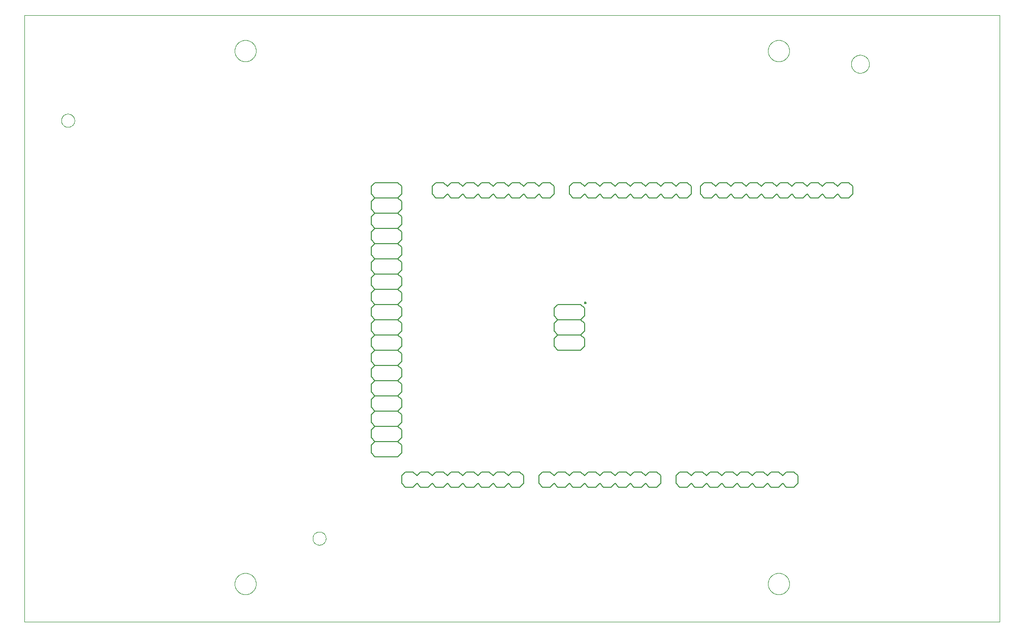
<source format=gbo>
G75*
%MOIN*%
%OFA0B0*%
%FSLAX25Y25*%
%IPPOS*%
%LPD*%
%AMOC8*
5,1,8,0,0,1.08239X$1,22.5*
%
%ADD10C,0.00000*%
%ADD11C,0.00800*%
%ADD12C,0.00600*%
%ADD13C,0.00500*%
D10*
X0006800Y0006896D02*
X0006800Y0405396D01*
X0646800Y0405396D01*
X0646800Y0006896D01*
X0006800Y0006896D01*
X0144800Y0031896D02*
X0144802Y0032068D01*
X0144808Y0032239D01*
X0144819Y0032411D01*
X0144834Y0032582D01*
X0144853Y0032753D01*
X0144876Y0032923D01*
X0144903Y0033093D01*
X0144935Y0033262D01*
X0144970Y0033430D01*
X0145010Y0033597D01*
X0145054Y0033763D01*
X0145101Y0033928D01*
X0145153Y0034092D01*
X0145209Y0034254D01*
X0145269Y0034415D01*
X0145333Y0034575D01*
X0145401Y0034733D01*
X0145472Y0034889D01*
X0145547Y0035043D01*
X0145627Y0035196D01*
X0145709Y0035346D01*
X0145796Y0035495D01*
X0145886Y0035641D01*
X0145980Y0035785D01*
X0146077Y0035927D01*
X0146178Y0036066D01*
X0146282Y0036203D01*
X0146389Y0036337D01*
X0146500Y0036468D01*
X0146613Y0036597D01*
X0146730Y0036723D01*
X0146850Y0036846D01*
X0146973Y0036966D01*
X0147099Y0037083D01*
X0147228Y0037196D01*
X0147359Y0037307D01*
X0147493Y0037414D01*
X0147630Y0037518D01*
X0147769Y0037619D01*
X0147911Y0037716D01*
X0148055Y0037810D01*
X0148201Y0037900D01*
X0148350Y0037987D01*
X0148500Y0038069D01*
X0148653Y0038149D01*
X0148807Y0038224D01*
X0148963Y0038295D01*
X0149121Y0038363D01*
X0149281Y0038427D01*
X0149442Y0038487D01*
X0149604Y0038543D01*
X0149768Y0038595D01*
X0149933Y0038642D01*
X0150099Y0038686D01*
X0150266Y0038726D01*
X0150434Y0038761D01*
X0150603Y0038793D01*
X0150773Y0038820D01*
X0150943Y0038843D01*
X0151114Y0038862D01*
X0151285Y0038877D01*
X0151457Y0038888D01*
X0151628Y0038894D01*
X0151800Y0038896D01*
X0151972Y0038894D01*
X0152143Y0038888D01*
X0152315Y0038877D01*
X0152486Y0038862D01*
X0152657Y0038843D01*
X0152827Y0038820D01*
X0152997Y0038793D01*
X0153166Y0038761D01*
X0153334Y0038726D01*
X0153501Y0038686D01*
X0153667Y0038642D01*
X0153832Y0038595D01*
X0153996Y0038543D01*
X0154158Y0038487D01*
X0154319Y0038427D01*
X0154479Y0038363D01*
X0154637Y0038295D01*
X0154793Y0038224D01*
X0154947Y0038149D01*
X0155100Y0038069D01*
X0155250Y0037987D01*
X0155399Y0037900D01*
X0155545Y0037810D01*
X0155689Y0037716D01*
X0155831Y0037619D01*
X0155970Y0037518D01*
X0156107Y0037414D01*
X0156241Y0037307D01*
X0156372Y0037196D01*
X0156501Y0037083D01*
X0156627Y0036966D01*
X0156750Y0036846D01*
X0156870Y0036723D01*
X0156987Y0036597D01*
X0157100Y0036468D01*
X0157211Y0036337D01*
X0157318Y0036203D01*
X0157422Y0036066D01*
X0157523Y0035927D01*
X0157620Y0035785D01*
X0157714Y0035641D01*
X0157804Y0035495D01*
X0157891Y0035346D01*
X0157973Y0035196D01*
X0158053Y0035043D01*
X0158128Y0034889D01*
X0158199Y0034733D01*
X0158267Y0034575D01*
X0158331Y0034415D01*
X0158391Y0034254D01*
X0158447Y0034092D01*
X0158499Y0033928D01*
X0158546Y0033763D01*
X0158590Y0033597D01*
X0158630Y0033430D01*
X0158665Y0033262D01*
X0158697Y0033093D01*
X0158724Y0032923D01*
X0158747Y0032753D01*
X0158766Y0032582D01*
X0158781Y0032411D01*
X0158792Y0032239D01*
X0158798Y0032068D01*
X0158800Y0031896D01*
X0158798Y0031724D01*
X0158792Y0031553D01*
X0158781Y0031381D01*
X0158766Y0031210D01*
X0158747Y0031039D01*
X0158724Y0030869D01*
X0158697Y0030699D01*
X0158665Y0030530D01*
X0158630Y0030362D01*
X0158590Y0030195D01*
X0158546Y0030029D01*
X0158499Y0029864D01*
X0158447Y0029700D01*
X0158391Y0029538D01*
X0158331Y0029377D01*
X0158267Y0029217D01*
X0158199Y0029059D01*
X0158128Y0028903D01*
X0158053Y0028749D01*
X0157973Y0028596D01*
X0157891Y0028446D01*
X0157804Y0028297D01*
X0157714Y0028151D01*
X0157620Y0028007D01*
X0157523Y0027865D01*
X0157422Y0027726D01*
X0157318Y0027589D01*
X0157211Y0027455D01*
X0157100Y0027324D01*
X0156987Y0027195D01*
X0156870Y0027069D01*
X0156750Y0026946D01*
X0156627Y0026826D01*
X0156501Y0026709D01*
X0156372Y0026596D01*
X0156241Y0026485D01*
X0156107Y0026378D01*
X0155970Y0026274D01*
X0155831Y0026173D01*
X0155689Y0026076D01*
X0155545Y0025982D01*
X0155399Y0025892D01*
X0155250Y0025805D01*
X0155100Y0025723D01*
X0154947Y0025643D01*
X0154793Y0025568D01*
X0154637Y0025497D01*
X0154479Y0025429D01*
X0154319Y0025365D01*
X0154158Y0025305D01*
X0153996Y0025249D01*
X0153832Y0025197D01*
X0153667Y0025150D01*
X0153501Y0025106D01*
X0153334Y0025066D01*
X0153166Y0025031D01*
X0152997Y0024999D01*
X0152827Y0024972D01*
X0152657Y0024949D01*
X0152486Y0024930D01*
X0152315Y0024915D01*
X0152143Y0024904D01*
X0151972Y0024898D01*
X0151800Y0024896D01*
X0151628Y0024898D01*
X0151457Y0024904D01*
X0151285Y0024915D01*
X0151114Y0024930D01*
X0150943Y0024949D01*
X0150773Y0024972D01*
X0150603Y0024999D01*
X0150434Y0025031D01*
X0150266Y0025066D01*
X0150099Y0025106D01*
X0149933Y0025150D01*
X0149768Y0025197D01*
X0149604Y0025249D01*
X0149442Y0025305D01*
X0149281Y0025365D01*
X0149121Y0025429D01*
X0148963Y0025497D01*
X0148807Y0025568D01*
X0148653Y0025643D01*
X0148500Y0025723D01*
X0148350Y0025805D01*
X0148201Y0025892D01*
X0148055Y0025982D01*
X0147911Y0026076D01*
X0147769Y0026173D01*
X0147630Y0026274D01*
X0147493Y0026378D01*
X0147359Y0026485D01*
X0147228Y0026596D01*
X0147099Y0026709D01*
X0146973Y0026826D01*
X0146850Y0026946D01*
X0146730Y0027069D01*
X0146613Y0027195D01*
X0146500Y0027324D01*
X0146389Y0027455D01*
X0146282Y0027589D01*
X0146178Y0027726D01*
X0146077Y0027865D01*
X0145980Y0028007D01*
X0145886Y0028151D01*
X0145796Y0028297D01*
X0145709Y0028446D01*
X0145627Y0028596D01*
X0145547Y0028749D01*
X0145472Y0028903D01*
X0145401Y0029059D01*
X0145333Y0029217D01*
X0145269Y0029377D01*
X0145209Y0029538D01*
X0145153Y0029700D01*
X0145101Y0029864D01*
X0145054Y0030029D01*
X0145010Y0030195D01*
X0144970Y0030362D01*
X0144935Y0030530D01*
X0144903Y0030699D01*
X0144876Y0030869D01*
X0144853Y0031039D01*
X0144834Y0031210D01*
X0144819Y0031381D01*
X0144808Y0031553D01*
X0144802Y0031724D01*
X0144800Y0031896D01*
X0195989Y0061739D02*
X0195991Y0061870D01*
X0195997Y0062002D01*
X0196007Y0062133D01*
X0196021Y0062264D01*
X0196039Y0062394D01*
X0196061Y0062523D01*
X0196086Y0062652D01*
X0196116Y0062780D01*
X0196150Y0062907D01*
X0196187Y0063034D01*
X0196228Y0063158D01*
X0196273Y0063282D01*
X0196322Y0063404D01*
X0196374Y0063525D01*
X0196430Y0063643D01*
X0196490Y0063761D01*
X0196553Y0063876D01*
X0196620Y0063989D01*
X0196690Y0064101D01*
X0196763Y0064210D01*
X0196839Y0064316D01*
X0196919Y0064421D01*
X0197002Y0064523D01*
X0197088Y0064622D01*
X0197177Y0064719D01*
X0197269Y0064813D01*
X0197364Y0064904D01*
X0197461Y0064993D01*
X0197561Y0065078D01*
X0197664Y0065160D01*
X0197769Y0065239D01*
X0197876Y0065315D01*
X0197986Y0065387D01*
X0198098Y0065456D01*
X0198212Y0065522D01*
X0198327Y0065584D01*
X0198445Y0065643D01*
X0198564Y0065698D01*
X0198685Y0065750D01*
X0198808Y0065797D01*
X0198932Y0065841D01*
X0199057Y0065882D01*
X0199183Y0065918D01*
X0199311Y0065951D01*
X0199439Y0065979D01*
X0199568Y0066004D01*
X0199698Y0066025D01*
X0199828Y0066042D01*
X0199959Y0066055D01*
X0200090Y0066064D01*
X0200221Y0066069D01*
X0200353Y0066070D01*
X0200484Y0066067D01*
X0200616Y0066060D01*
X0200747Y0066049D01*
X0200877Y0066034D01*
X0201007Y0066015D01*
X0201137Y0065992D01*
X0201265Y0065966D01*
X0201393Y0065935D01*
X0201520Y0065900D01*
X0201646Y0065862D01*
X0201770Y0065820D01*
X0201894Y0065774D01*
X0202015Y0065724D01*
X0202135Y0065671D01*
X0202254Y0065614D01*
X0202371Y0065554D01*
X0202485Y0065490D01*
X0202598Y0065422D01*
X0202709Y0065351D01*
X0202818Y0065277D01*
X0202924Y0065200D01*
X0203028Y0065119D01*
X0203129Y0065036D01*
X0203228Y0064949D01*
X0203324Y0064859D01*
X0203417Y0064766D01*
X0203508Y0064671D01*
X0203595Y0064573D01*
X0203680Y0064472D01*
X0203761Y0064369D01*
X0203839Y0064263D01*
X0203914Y0064155D01*
X0203986Y0064045D01*
X0204054Y0063933D01*
X0204119Y0063819D01*
X0204180Y0063702D01*
X0204238Y0063584D01*
X0204292Y0063464D01*
X0204343Y0063343D01*
X0204390Y0063220D01*
X0204433Y0063096D01*
X0204472Y0062971D01*
X0204508Y0062844D01*
X0204539Y0062716D01*
X0204567Y0062588D01*
X0204591Y0062459D01*
X0204611Y0062329D01*
X0204627Y0062198D01*
X0204639Y0062067D01*
X0204647Y0061936D01*
X0204651Y0061805D01*
X0204651Y0061673D01*
X0204647Y0061542D01*
X0204639Y0061411D01*
X0204627Y0061280D01*
X0204611Y0061149D01*
X0204591Y0061019D01*
X0204567Y0060890D01*
X0204539Y0060762D01*
X0204508Y0060634D01*
X0204472Y0060507D01*
X0204433Y0060382D01*
X0204390Y0060258D01*
X0204343Y0060135D01*
X0204292Y0060014D01*
X0204238Y0059894D01*
X0204180Y0059776D01*
X0204119Y0059659D01*
X0204054Y0059545D01*
X0203986Y0059433D01*
X0203914Y0059323D01*
X0203839Y0059215D01*
X0203761Y0059109D01*
X0203680Y0059006D01*
X0203595Y0058905D01*
X0203508Y0058807D01*
X0203417Y0058712D01*
X0203324Y0058619D01*
X0203228Y0058529D01*
X0203129Y0058442D01*
X0203028Y0058359D01*
X0202924Y0058278D01*
X0202818Y0058201D01*
X0202709Y0058127D01*
X0202598Y0058056D01*
X0202486Y0057988D01*
X0202371Y0057924D01*
X0202254Y0057864D01*
X0202135Y0057807D01*
X0202015Y0057754D01*
X0201894Y0057704D01*
X0201770Y0057658D01*
X0201646Y0057616D01*
X0201520Y0057578D01*
X0201393Y0057543D01*
X0201265Y0057512D01*
X0201137Y0057486D01*
X0201007Y0057463D01*
X0200877Y0057444D01*
X0200747Y0057429D01*
X0200616Y0057418D01*
X0200484Y0057411D01*
X0200353Y0057408D01*
X0200221Y0057409D01*
X0200090Y0057414D01*
X0199959Y0057423D01*
X0199828Y0057436D01*
X0199698Y0057453D01*
X0199568Y0057474D01*
X0199439Y0057499D01*
X0199311Y0057527D01*
X0199183Y0057560D01*
X0199057Y0057596D01*
X0198932Y0057637D01*
X0198808Y0057681D01*
X0198685Y0057728D01*
X0198564Y0057780D01*
X0198445Y0057835D01*
X0198327Y0057894D01*
X0198212Y0057956D01*
X0198098Y0058022D01*
X0197986Y0058091D01*
X0197876Y0058163D01*
X0197769Y0058239D01*
X0197664Y0058318D01*
X0197561Y0058400D01*
X0197461Y0058485D01*
X0197364Y0058574D01*
X0197269Y0058665D01*
X0197177Y0058759D01*
X0197088Y0058856D01*
X0197002Y0058955D01*
X0196919Y0059057D01*
X0196839Y0059162D01*
X0196763Y0059268D01*
X0196690Y0059377D01*
X0196620Y0059489D01*
X0196553Y0059602D01*
X0196490Y0059717D01*
X0196430Y0059835D01*
X0196374Y0059953D01*
X0196322Y0060074D01*
X0196273Y0060196D01*
X0196228Y0060320D01*
X0196187Y0060444D01*
X0196150Y0060571D01*
X0196116Y0060698D01*
X0196086Y0060826D01*
X0196061Y0060955D01*
X0196039Y0061084D01*
X0196021Y0061214D01*
X0196007Y0061345D01*
X0195997Y0061476D01*
X0195991Y0061608D01*
X0195989Y0061739D01*
X0494800Y0031896D02*
X0494802Y0032068D01*
X0494808Y0032239D01*
X0494819Y0032411D01*
X0494834Y0032582D01*
X0494853Y0032753D01*
X0494876Y0032923D01*
X0494903Y0033093D01*
X0494935Y0033262D01*
X0494970Y0033430D01*
X0495010Y0033597D01*
X0495054Y0033763D01*
X0495101Y0033928D01*
X0495153Y0034092D01*
X0495209Y0034254D01*
X0495269Y0034415D01*
X0495333Y0034575D01*
X0495401Y0034733D01*
X0495472Y0034889D01*
X0495547Y0035043D01*
X0495627Y0035196D01*
X0495709Y0035346D01*
X0495796Y0035495D01*
X0495886Y0035641D01*
X0495980Y0035785D01*
X0496077Y0035927D01*
X0496178Y0036066D01*
X0496282Y0036203D01*
X0496389Y0036337D01*
X0496500Y0036468D01*
X0496613Y0036597D01*
X0496730Y0036723D01*
X0496850Y0036846D01*
X0496973Y0036966D01*
X0497099Y0037083D01*
X0497228Y0037196D01*
X0497359Y0037307D01*
X0497493Y0037414D01*
X0497630Y0037518D01*
X0497769Y0037619D01*
X0497911Y0037716D01*
X0498055Y0037810D01*
X0498201Y0037900D01*
X0498350Y0037987D01*
X0498500Y0038069D01*
X0498653Y0038149D01*
X0498807Y0038224D01*
X0498963Y0038295D01*
X0499121Y0038363D01*
X0499281Y0038427D01*
X0499442Y0038487D01*
X0499604Y0038543D01*
X0499768Y0038595D01*
X0499933Y0038642D01*
X0500099Y0038686D01*
X0500266Y0038726D01*
X0500434Y0038761D01*
X0500603Y0038793D01*
X0500773Y0038820D01*
X0500943Y0038843D01*
X0501114Y0038862D01*
X0501285Y0038877D01*
X0501457Y0038888D01*
X0501628Y0038894D01*
X0501800Y0038896D01*
X0501972Y0038894D01*
X0502143Y0038888D01*
X0502315Y0038877D01*
X0502486Y0038862D01*
X0502657Y0038843D01*
X0502827Y0038820D01*
X0502997Y0038793D01*
X0503166Y0038761D01*
X0503334Y0038726D01*
X0503501Y0038686D01*
X0503667Y0038642D01*
X0503832Y0038595D01*
X0503996Y0038543D01*
X0504158Y0038487D01*
X0504319Y0038427D01*
X0504479Y0038363D01*
X0504637Y0038295D01*
X0504793Y0038224D01*
X0504947Y0038149D01*
X0505100Y0038069D01*
X0505250Y0037987D01*
X0505399Y0037900D01*
X0505545Y0037810D01*
X0505689Y0037716D01*
X0505831Y0037619D01*
X0505970Y0037518D01*
X0506107Y0037414D01*
X0506241Y0037307D01*
X0506372Y0037196D01*
X0506501Y0037083D01*
X0506627Y0036966D01*
X0506750Y0036846D01*
X0506870Y0036723D01*
X0506987Y0036597D01*
X0507100Y0036468D01*
X0507211Y0036337D01*
X0507318Y0036203D01*
X0507422Y0036066D01*
X0507523Y0035927D01*
X0507620Y0035785D01*
X0507714Y0035641D01*
X0507804Y0035495D01*
X0507891Y0035346D01*
X0507973Y0035196D01*
X0508053Y0035043D01*
X0508128Y0034889D01*
X0508199Y0034733D01*
X0508267Y0034575D01*
X0508331Y0034415D01*
X0508391Y0034254D01*
X0508447Y0034092D01*
X0508499Y0033928D01*
X0508546Y0033763D01*
X0508590Y0033597D01*
X0508630Y0033430D01*
X0508665Y0033262D01*
X0508697Y0033093D01*
X0508724Y0032923D01*
X0508747Y0032753D01*
X0508766Y0032582D01*
X0508781Y0032411D01*
X0508792Y0032239D01*
X0508798Y0032068D01*
X0508800Y0031896D01*
X0508798Y0031724D01*
X0508792Y0031553D01*
X0508781Y0031381D01*
X0508766Y0031210D01*
X0508747Y0031039D01*
X0508724Y0030869D01*
X0508697Y0030699D01*
X0508665Y0030530D01*
X0508630Y0030362D01*
X0508590Y0030195D01*
X0508546Y0030029D01*
X0508499Y0029864D01*
X0508447Y0029700D01*
X0508391Y0029538D01*
X0508331Y0029377D01*
X0508267Y0029217D01*
X0508199Y0029059D01*
X0508128Y0028903D01*
X0508053Y0028749D01*
X0507973Y0028596D01*
X0507891Y0028446D01*
X0507804Y0028297D01*
X0507714Y0028151D01*
X0507620Y0028007D01*
X0507523Y0027865D01*
X0507422Y0027726D01*
X0507318Y0027589D01*
X0507211Y0027455D01*
X0507100Y0027324D01*
X0506987Y0027195D01*
X0506870Y0027069D01*
X0506750Y0026946D01*
X0506627Y0026826D01*
X0506501Y0026709D01*
X0506372Y0026596D01*
X0506241Y0026485D01*
X0506107Y0026378D01*
X0505970Y0026274D01*
X0505831Y0026173D01*
X0505689Y0026076D01*
X0505545Y0025982D01*
X0505399Y0025892D01*
X0505250Y0025805D01*
X0505100Y0025723D01*
X0504947Y0025643D01*
X0504793Y0025568D01*
X0504637Y0025497D01*
X0504479Y0025429D01*
X0504319Y0025365D01*
X0504158Y0025305D01*
X0503996Y0025249D01*
X0503832Y0025197D01*
X0503667Y0025150D01*
X0503501Y0025106D01*
X0503334Y0025066D01*
X0503166Y0025031D01*
X0502997Y0024999D01*
X0502827Y0024972D01*
X0502657Y0024949D01*
X0502486Y0024930D01*
X0502315Y0024915D01*
X0502143Y0024904D01*
X0501972Y0024898D01*
X0501800Y0024896D01*
X0501628Y0024898D01*
X0501457Y0024904D01*
X0501285Y0024915D01*
X0501114Y0024930D01*
X0500943Y0024949D01*
X0500773Y0024972D01*
X0500603Y0024999D01*
X0500434Y0025031D01*
X0500266Y0025066D01*
X0500099Y0025106D01*
X0499933Y0025150D01*
X0499768Y0025197D01*
X0499604Y0025249D01*
X0499442Y0025305D01*
X0499281Y0025365D01*
X0499121Y0025429D01*
X0498963Y0025497D01*
X0498807Y0025568D01*
X0498653Y0025643D01*
X0498500Y0025723D01*
X0498350Y0025805D01*
X0498201Y0025892D01*
X0498055Y0025982D01*
X0497911Y0026076D01*
X0497769Y0026173D01*
X0497630Y0026274D01*
X0497493Y0026378D01*
X0497359Y0026485D01*
X0497228Y0026596D01*
X0497099Y0026709D01*
X0496973Y0026826D01*
X0496850Y0026946D01*
X0496730Y0027069D01*
X0496613Y0027195D01*
X0496500Y0027324D01*
X0496389Y0027455D01*
X0496282Y0027589D01*
X0496178Y0027726D01*
X0496077Y0027865D01*
X0495980Y0028007D01*
X0495886Y0028151D01*
X0495796Y0028297D01*
X0495709Y0028446D01*
X0495627Y0028596D01*
X0495547Y0028749D01*
X0495472Y0028903D01*
X0495401Y0029059D01*
X0495333Y0029217D01*
X0495269Y0029377D01*
X0495209Y0029538D01*
X0495153Y0029700D01*
X0495101Y0029864D01*
X0495054Y0030029D01*
X0495010Y0030195D01*
X0494970Y0030362D01*
X0494935Y0030530D01*
X0494903Y0030699D01*
X0494876Y0030869D01*
X0494853Y0031039D01*
X0494834Y0031210D01*
X0494819Y0031381D01*
X0494808Y0031553D01*
X0494802Y0031724D01*
X0494800Y0031896D01*
X0031028Y0336148D02*
X0031030Y0336279D01*
X0031036Y0336411D01*
X0031046Y0336542D01*
X0031060Y0336673D01*
X0031078Y0336803D01*
X0031100Y0336932D01*
X0031125Y0337061D01*
X0031155Y0337189D01*
X0031189Y0337316D01*
X0031226Y0337443D01*
X0031267Y0337567D01*
X0031312Y0337691D01*
X0031361Y0337813D01*
X0031413Y0337934D01*
X0031469Y0338052D01*
X0031529Y0338170D01*
X0031592Y0338285D01*
X0031659Y0338398D01*
X0031729Y0338510D01*
X0031802Y0338619D01*
X0031878Y0338725D01*
X0031958Y0338830D01*
X0032041Y0338932D01*
X0032127Y0339031D01*
X0032216Y0339128D01*
X0032308Y0339222D01*
X0032403Y0339313D01*
X0032500Y0339402D01*
X0032600Y0339487D01*
X0032703Y0339569D01*
X0032808Y0339648D01*
X0032915Y0339724D01*
X0033025Y0339796D01*
X0033137Y0339865D01*
X0033251Y0339931D01*
X0033366Y0339993D01*
X0033484Y0340052D01*
X0033603Y0340107D01*
X0033724Y0340159D01*
X0033847Y0340206D01*
X0033971Y0340250D01*
X0034096Y0340291D01*
X0034222Y0340327D01*
X0034350Y0340360D01*
X0034478Y0340388D01*
X0034607Y0340413D01*
X0034737Y0340434D01*
X0034867Y0340451D01*
X0034998Y0340464D01*
X0035129Y0340473D01*
X0035260Y0340478D01*
X0035392Y0340479D01*
X0035523Y0340476D01*
X0035655Y0340469D01*
X0035786Y0340458D01*
X0035916Y0340443D01*
X0036046Y0340424D01*
X0036176Y0340401D01*
X0036304Y0340375D01*
X0036432Y0340344D01*
X0036559Y0340309D01*
X0036685Y0340271D01*
X0036809Y0340229D01*
X0036933Y0340183D01*
X0037054Y0340133D01*
X0037174Y0340080D01*
X0037293Y0340023D01*
X0037410Y0339963D01*
X0037524Y0339899D01*
X0037637Y0339831D01*
X0037748Y0339760D01*
X0037857Y0339686D01*
X0037963Y0339609D01*
X0038067Y0339528D01*
X0038168Y0339445D01*
X0038267Y0339358D01*
X0038363Y0339268D01*
X0038456Y0339175D01*
X0038547Y0339080D01*
X0038634Y0338982D01*
X0038719Y0338881D01*
X0038800Y0338778D01*
X0038878Y0338672D01*
X0038953Y0338564D01*
X0039025Y0338454D01*
X0039093Y0338342D01*
X0039158Y0338228D01*
X0039219Y0338111D01*
X0039277Y0337993D01*
X0039331Y0337873D01*
X0039382Y0337752D01*
X0039429Y0337629D01*
X0039472Y0337505D01*
X0039511Y0337380D01*
X0039547Y0337253D01*
X0039578Y0337125D01*
X0039606Y0336997D01*
X0039630Y0336868D01*
X0039650Y0336738D01*
X0039666Y0336607D01*
X0039678Y0336476D01*
X0039686Y0336345D01*
X0039690Y0336214D01*
X0039690Y0336082D01*
X0039686Y0335951D01*
X0039678Y0335820D01*
X0039666Y0335689D01*
X0039650Y0335558D01*
X0039630Y0335428D01*
X0039606Y0335299D01*
X0039578Y0335171D01*
X0039547Y0335043D01*
X0039511Y0334916D01*
X0039472Y0334791D01*
X0039429Y0334667D01*
X0039382Y0334544D01*
X0039331Y0334423D01*
X0039277Y0334303D01*
X0039219Y0334185D01*
X0039158Y0334068D01*
X0039093Y0333954D01*
X0039025Y0333842D01*
X0038953Y0333732D01*
X0038878Y0333624D01*
X0038800Y0333518D01*
X0038719Y0333415D01*
X0038634Y0333314D01*
X0038547Y0333216D01*
X0038456Y0333121D01*
X0038363Y0333028D01*
X0038267Y0332938D01*
X0038168Y0332851D01*
X0038067Y0332768D01*
X0037963Y0332687D01*
X0037857Y0332610D01*
X0037748Y0332536D01*
X0037637Y0332465D01*
X0037525Y0332397D01*
X0037410Y0332333D01*
X0037293Y0332273D01*
X0037174Y0332216D01*
X0037054Y0332163D01*
X0036933Y0332113D01*
X0036809Y0332067D01*
X0036685Y0332025D01*
X0036559Y0331987D01*
X0036432Y0331952D01*
X0036304Y0331921D01*
X0036176Y0331895D01*
X0036046Y0331872D01*
X0035916Y0331853D01*
X0035786Y0331838D01*
X0035655Y0331827D01*
X0035523Y0331820D01*
X0035392Y0331817D01*
X0035260Y0331818D01*
X0035129Y0331823D01*
X0034998Y0331832D01*
X0034867Y0331845D01*
X0034737Y0331862D01*
X0034607Y0331883D01*
X0034478Y0331908D01*
X0034350Y0331936D01*
X0034222Y0331969D01*
X0034096Y0332005D01*
X0033971Y0332046D01*
X0033847Y0332090D01*
X0033724Y0332137D01*
X0033603Y0332189D01*
X0033484Y0332244D01*
X0033366Y0332303D01*
X0033251Y0332365D01*
X0033137Y0332431D01*
X0033025Y0332500D01*
X0032915Y0332572D01*
X0032808Y0332648D01*
X0032703Y0332727D01*
X0032600Y0332809D01*
X0032500Y0332894D01*
X0032403Y0332983D01*
X0032308Y0333074D01*
X0032216Y0333168D01*
X0032127Y0333265D01*
X0032041Y0333364D01*
X0031958Y0333466D01*
X0031878Y0333571D01*
X0031802Y0333677D01*
X0031729Y0333786D01*
X0031659Y0333898D01*
X0031592Y0334011D01*
X0031529Y0334126D01*
X0031469Y0334244D01*
X0031413Y0334362D01*
X0031361Y0334483D01*
X0031312Y0334605D01*
X0031267Y0334729D01*
X0031226Y0334853D01*
X0031189Y0334980D01*
X0031155Y0335107D01*
X0031125Y0335235D01*
X0031100Y0335364D01*
X0031078Y0335493D01*
X0031060Y0335623D01*
X0031046Y0335754D01*
X0031036Y0335885D01*
X0031030Y0336017D01*
X0031028Y0336148D01*
X0144800Y0381896D02*
X0144802Y0382068D01*
X0144808Y0382239D01*
X0144819Y0382411D01*
X0144834Y0382582D01*
X0144853Y0382753D01*
X0144876Y0382923D01*
X0144903Y0383093D01*
X0144935Y0383262D01*
X0144970Y0383430D01*
X0145010Y0383597D01*
X0145054Y0383763D01*
X0145101Y0383928D01*
X0145153Y0384092D01*
X0145209Y0384254D01*
X0145269Y0384415D01*
X0145333Y0384575D01*
X0145401Y0384733D01*
X0145472Y0384889D01*
X0145547Y0385043D01*
X0145627Y0385196D01*
X0145709Y0385346D01*
X0145796Y0385495D01*
X0145886Y0385641D01*
X0145980Y0385785D01*
X0146077Y0385927D01*
X0146178Y0386066D01*
X0146282Y0386203D01*
X0146389Y0386337D01*
X0146500Y0386468D01*
X0146613Y0386597D01*
X0146730Y0386723D01*
X0146850Y0386846D01*
X0146973Y0386966D01*
X0147099Y0387083D01*
X0147228Y0387196D01*
X0147359Y0387307D01*
X0147493Y0387414D01*
X0147630Y0387518D01*
X0147769Y0387619D01*
X0147911Y0387716D01*
X0148055Y0387810D01*
X0148201Y0387900D01*
X0148350Y0387987D01*
X0148500Y0388069D01*
X0148653Y0388149D01*
X0148807Y0388224D01*
X0148963Y0388295D01*
X0149121Y0388363D01*
X0149281Y0388427D01*
X0149442Y0388487D01*
X0149604Y0388543D01*
X0149768Y0388595D01*
X0149933Y0388642D01*
X0150099Y0388686D01*
X0150266Y0388726D01*
X0150434Y0388761D01*
X0150603Y0388793D01*
X0150773Y0388820D01*
X0150943Y0388843D01*
X0151114Y0388862D01*
X0151285Y0388877D01*
X0151457Y0388888D01*
X0151628Y0388894D01*
X0151800Y0388896D01*
X0151972Y0388894D01*
X0152143Y0388888D01*
X0152315Y0388877D01*
X0152486Y0388862D01*
X0152657Y0388843D01*
X0152827Y0388820D01*
X0152997Y0388793D01*
X0153166Y0388761D01*
X0153334Y0388726D01*
X0153501Y0388686D01*
X0153667Y0388642D01*
X0153832Y0388595D01*
X0153996Y0388543D01*
X0154158Y0388487D01*
X0154319Y0388427D01*
X0154479Y0388363D01*
X0154637Y0388295D01*
X0154793Y0388224D01*
X0154947Y0388149D01*
X0155100Y0388069D01*
X0155250Y0387987D01*
X0155399Y0387900D01*
X0155545Y0387810D01*
X0155689Y0387716D01*
X0155831Y0387619D01*
X0155970Y0387518D01*
X0156107Y0387414D01*
X0156241Y0387307D01*
X0156372Y0387196D01*
X0156501Y0387083D01*
X0156627Y0386966D01*
X0156750Y0386846D01*
X0156870Y0386723D01*
X0156987Y0386597D01*
X0157100Y0386468D01*
X0157211Y0386337D01*
X0157318Y0386203D01*
X0157422Y0386066D01*
X0157523Y0385927D01*
X0157620Y0385785D01*
X0157714Y0385641D01*
X0157804Y0385495D01*
X0157891Y0385346D01*
X0157973Y0385196D01*
X0158053Y0385043D01*
X0158128Y0384889D01*
X0158199Y0384733D01*
X0158267Y0384575D01*
X0158331Y0384415D01*
X0158391Y0384254D01*
X0158447Y0384092D01*
X0158499Y0383928D01*
X0158546Y0383763D01*
X0158590Y0383597D01*
X0158630Y0383430D01*
X0158665Y0383262D01*
X0158697Y0383093D01*
X0158724Y0382923D01*
X0158747Y0382753D01*
X0158766Y0382582D01*
X0158781Y0382411D01*
X0158792Y0382239D01*
X0158798Y0382068D01*
X0158800Y0381896D01*
X0158798Y0381724D01*
X0158792Y0381553D01*
X0158781Y0381381D01*
X0158766Y0381210D01*
X0158747Y0381039D01*
X0158724Y0380869D01*
X0158697Y0380699D01*
X0158665Y0380530D01*
X0158630Y0380362D01*
X0158590Y0380195D01*
X0158546Y0380029D01*
X0158499Y0379864D01*
X0158447Y0379700D01*
X0158391Y0379538D01*
X0158331Y0379377D01*
X0158267Y0379217D01*
X0158199Y0379059D01*
X0158128Y0378903D01*
X0158053Y0378749D01*
X0157973Y0378596D01*
X0157891Y0378446D01*
X0157804Y0378297D01*
X0157714Y0378151D01*
X0157620Y0378007D01*
X0157523Y0377865D01*
X0157422Y0377726D01*
X0157318Y0377589D01*
X0157211Y0377455D01*
X0157100Y0377324D01*
X0156987Y0377195D01*
X0156870Y0377069D01*
X0156750Y0376946D01*
X0156627Y0376826D01*
X0156501Y0376709D01*
X0156372Y0376596D01*
X0156241Y0376485D01*
X0156107Y0376378D01*
X0155970Y0376274D01*
X0155831Y0376173D01*
X0155689Y0376076D01*
X0155545Y0375982D01*
X0155399Y0375892D01*
X0155250Y0375805D01*
X0155100Y0375723D01*
X0154947Y0375643D01*
X0154793Y0375568D01*
X0154637Y0375497D01*
X0154479Y0375429D01*
X0154319Y0375365D01*
X0154158Y0375305D01*
X0153996Y0375249D01*
X0153832Y0375197D01*
X0153667Y0375150D01*
X0153501Y0375106D01*
X0153334Y0375066D01*
X0153166Y0375031D01*
X0152997Y0374999D01*
X0152827Y0374972D01*
X0152657Y0374949D01*
X0152486Y0374930D01*
X0152315Y0374915D01*
X0152143Y0374904D01*
X0151972Y0374898D01*
X0151800Y0374896D01*
X0151628Y0374898D01*
X0151457Y0374904D01*
X0151285Y0374915D01*
X0151114Y0374930D01*
X0150943Y0374949D01*
X0150773Y0374972D01*
X0150603Y0374999D01*
X0150434Y0375031D01*
X0150266Y0375066D01*
X0150099Y0375106D01*
X0149933Y0375150D01*
X0149768Y0375197D01*
X0149604Y0375249D01*
X0149442Y0375305D01*
X0149281Y0375365D01*
X0149121Y0375429D01*
X0148963Y0375497D01*
X0148807Y0375568D01*
X0148653Y0375643D01*
X0148500Y0375723D01*
X0148350Y0375805D01*
X0148201Y0375892D01*
X0148055Y0375982D01*
X0147911Y0376076D01*
X0147769Y0376173D01*
X0147630Y0376274D01*
X0147493Y0376378D01*
X0147359Y0376485D01*
X0147228Y0376596D01*
X0147099Y0376709D01*
X0146973Y0376826D01*
X0146850Y0376946D01*
X0146730Y0377069D01*
X0146613Y0377195D01*
X0146500Y0377324D01*
X0146389Y0377455D01*
X0146282Y0377589D01*
X0146178Y0377726D01*
X0146077Y0377865D01*
X0145980Y0378007D01*
X0145886Y0378151D01*
X0145796Y0378297D01*
X0145709Y0378446D01*
X0145627Y0378596D01*
X0145547Y0378749D01*
X0145472Y0378903D01*
X0145401Y0379059D01*
X0145333Y0379217D01*
X0145269Y0379377D01*
X0145209Y0379538D01*
X0145153Y0379700D01*
X0145101Y0379864D01*
X0145054Y0380029D01*
X0145010Y0380195D01*
X0144970Y0380362D01*
X0144935Y0380530D01*
X0144903Y0380699D01*
X0144876Y0380869D01*
X0144853Y0381039D01*
X0144834Y0381210D01*
X0144819Y0381381D01*
X0144808Y0381553D01*
X0144802Y0381724D01*
X0144800Y0381896D01*
X0494800Y0381896D02*
X0494802Y0382068D01*
X0494808Y0382239D01*
X0494819Y0382411D01*
X0494834Y0382582D01*
X0494853Y0382753D01*
X0494876Y0382923D01*
X0494903Y0383093D01*
X0494935Y0383262D01*
X0494970Y0383430D01*
X0495010Y0383597D01*
X0495054Y0383763D01*
X0495101Y0383928D01*
X0495153Y0384092D01*
X0495209Y0384254D01*
X0495269Y0384415D01*
X0495333Y0384575D01*
X0495401Y0384733D01*
X0495472Y0384889D01*
X0495547Y0385043D01*
X0495627Y0385196D01*
X0495709Y0385346D01*
X0495796Y0385495D01*
X0495886Y0385641D01*
X0495980Y0385785D01*
X0496077Y0385927D01*
X0496178Y0386066D01*
X0496282Y0386203D01*
X0496389Y0386337D01*
X0496500Y0386468D01*
X0496613Y0386597D01*
X0496730Y0386723D01*
X0496850Y0386846D01*
X0496973Y0386966D01*
X0497099Y0387083D01*
X0497228Y0387196D01*
X0497359Y0387307D01*
X0497493Y0387414D01*
X0497630Y0387518D01*
X0497769Y0387619D01*
X0497911Y0387716D01*
X0498055Y0387810D01*
X0498201Y0387900D01*
X0498350Y0387987D01*
X0498500Y0388069D01*
X0498653Y0388149D01*
X0498807Y0388224D01*
X0498963Y0388295D01*
X0499121Y0388363D01*
X0499281Y0388427D01*
X0499442Y0388487D01*
X0499604Y0388543D01*
X0499768Y0388595D01*
X0499933Y0388642D01*
X0500099Y0388686D01*
X0500266Y0388726D01*
X0500434Y0388761D01*
X0500603Y0388793D01*
X0500773Y0388820D01*
X0500943Y0388843D01*
X0501114Y0388862D01*
X0501285Y0388877D01*
X0501457Y0388888D01*
X0501628Y0388894D01*
X0501800Y0388896D01*
X0501972Y0388894D01*
X0502143Y0388888D01*
X0502315Y0388877D01*
X0502486Y0388862D01*
X0502657Y0388843D01*
X0502827Y0388820D01*
X0502997Y0388793D01*
X0503166Y0388761D01*
X0503334Y0388726D01*
X0503501Y0388686D01*
X0503667Y0388642D01*
X0503832Y0388595D01*
X0503996Y0388543D01*
X0504158Y0388487D01*
X0504319Y0388427D01*
X0504479Y0388363D01*
X0504637Y0388295D01*
X0504793Y0388224D01*
X0504947Y0388149D01*
X0505100Y0388069D01*
X0505250Y0387987D01*
X0505399Y0387900D01*
X0505545Y0387810D01*
X0505689Y0387716D01*
X0505831Y0387619D01*
X0505970Y0387518D01*
X0506107Y0387414D01*
X0506241Y0387307D01*
X0506372Y0387196D01*
X0506501Y0387083D01*
X0506627Y0386966D01*
X0506750Y0386846D01*
X0506870Y0386723D01*
X0506987Y0386597D01*
X0507100Y0386468D01*
X0507211Y0386337D01*
X0507318Y0386203D01*
X0507422Y0386066D01*
X0507523Y0385927D01*
X0507620Y0385785D01*
X0507714Y0385641D01*
X0507804Y0385495D01*
X0507891Y0385346D01*
X0507973Y0385196D01*
X0508053Y0385043D01*
X0508128Y0384889D01*
X0508199Y0384733D01*
X0508267Y0384575D01*
X0508331Y0384415D01*
X0508391Y0384254D01*
X0508447Y0384092D01*
X0508499Y0383928D01*
X0508546Y0383763D01*
X0508590Y0383597D01*
X0508630Y0383430D01*
X0508665Y0383262D01*
X0508697Y0383093D01*
X0508724Y0382923D01*
X0508747Y0382753D01*
X0508766Y0382582D01*
X0508781Y0382411D01*
X0508792Y0382239D01*
X0508798Y0382068D01*
X0508800Y0381896D01*
X0508798Y0381724D01*
X0508792Y0381553D01*
X0508781Y0381381D01*
X0508766Y0381210D01*
X0508747Y0381039D01*
X0508724Y0380869D01*
X0508697Y0380699D01*
X0508665Y0380530D01*
X0508630Y0380362D01*
X0508590Y0380195D01*
X0508546Y0380029D01*
X0508499Y0379864D01*
X0508447Y0379700D01*
X0508391Y0379538D01*
X0508331Y0379377D01*
X0508267Y0379217D01*
X0508199Y0379059D01*
X0508128Y0378903D01*
X0508053Y0378749D01*
X0507973Y0378596D01*
X0507891Y0378446D01*
X0507804Y0378297D01*
X0507714Y0378151D01*
X0507620Y0378007D01*
X0507523Y0377865D01*
X0507422Y0377726D01*
X0507318Y0377589D01*
X0507211Y0377455D01*
X0507100Y0377324D01*
X0506987Y0377195D01*
X0506870Y0377069D01*
X0506750Y0376946D01*
X0506627Y0376826D01*
X0506501Y0376709D01*
X0506372Y0376596D01*
X0506241Y0376485D01*
X0506107Y0376378D01*
X0505970Y0376274D01*
X0505831Y0376173D01*
X0505689Y0376076D01*
X0505545Y0375982D01*
X0505399Y0375892D01*
X0505250Y0375805D01*
X0505100Y0375723D01*
X0504947Y0375643D01*
X0504793Y0375568D01*
X0504637Y0375497D01*
X0504479Y0375429D01*
X0504319Y0375365D01*
X0504158Y0375305D01*
X0503996Y0375249D01*
X0503832Y0375197D01*
X0503667Y0375150D01*
X0503501Y0375106D01*
X0503334Y0375066D01*
X0503166Y0375031D01*
X0502997Y0374999D01*
X0502827Y0374972D01*
X0502657Y0374949D01*
X0502486Y0374930D01*
X0502315Y0374915D01*
X0502143Y0374904D01*
X0501972Y0374898D01*
X0501800Y0374896D01*
X0501628Y0374898D01*
X0501457Y0374904D01*
X0501285Y0374915D01*
X0501114Y0374930D01*
X0500943Y0374949D01*
X0500773Y0374972D01*
X0500603Y0374999D01*
X0500434Y0375031D01*
X0500266Y0375066D01*
X0500099Y0375106D01*
X0499933Y0375150D01*
X0499768Y0375197D01*
X0499604Y0375249D01*
X0499442Y0375305D01*
X0499281Y0375365D01*
X0499121Y0375429D01*
X0498963Y0375497D01*
X0498807Y0375568D01*
X0498653Y0375643D01*
X0498500Y0375723D01*
X0498350Y0375805D01*
X0498201Y0375892D01*
X0498055Y0375982D01*
X0497911Y0376076D01*
X0497769Y0376173D01*
X0497630Y0376274D01*
X0497493Y0376378D01*
X0497359Y0376485D01*
X0497228Y0376596D01*
X0497099Y0376709D01*
X0496973Y0376826D01*
X0496850Y0376946D01*
X0496730Y0377069D01*
X0496613Y0377195D01*
X0496500Y0377324D01*
X0496389Y0377455D01*
X0496282Y0377589D01*
X0496178Y0377726D01*
X0496077Y0377865D01*
X0495980Y0378007D01*
X0495886Y0378151D01*
X0495796Y0378297D01*
X0495709Y0378446D01*
X0495627Y0378596D01*
X0495547Y0378749D01*
X0495472Y0378903D01*
X0495401Y0379059D01*
X0495333Y0379217D01*
X0495269Y0379377D01*
X0495209Y0379538D01*
X0495153Y0379700D01*
X0495101Y0379864D01*
X0495054Y0380029D01*
X0495010Y0380195D01*
X0494970Y0380362D01*
X0494935Y0380530D01*
X0494903Y0380699D01*
X0494876Y0380869D01*
X0494853Y0381039D01*
X0494834Y0381210D01*
X0494819Y0381381D01*
X0494808Y0381553D01*
X0494802Y0381724D01*
X0494800Y0381896D01*
X0549363Y0373243D02*
X0549365Y0373396D01*
X0549371Y0373550D01*
X0549381Y0373703D01*
X0549395Y0373855D01*
X0549413Y0374008D01*
X0549435Y0374159D01*
X0549460Y0374310D01*
X0549490Y0374461D01*
X0549524Y0374611D01*
X0549561Y0374759D01*
X0549602Y0374907D01*
X0549647Y0375053D01*
X0549696Y0375199D01*
X0549749Y0375343D01*
X0549805Y0375485D01*
X0549865Y0375626D01*
X0549929Y0375766D01*
X0549996Y0375904D01*
X0550067Y0376040D01*
X0550142Y0376174D01*
X0550219Y0376306D01*
X0550301Y0376436D01*
X0550385Y0376564D01*
X0550473Y0376690D01*
X0550564Y0376813D01*
X0550658Y0376934D01*
X0550756Y0377052D01*
X0550856Y0377168D01*
X0550960Y0377281D01*
X0551066Y0377392D01*
X0551175Y0377500D01*
X0551287Y0377605D01*
X0551401Y0377706D01*
X0551519Y0377805D01*
X0551638Y0377901D01*
X0551760Y0377994D01*
X0551885Y0378083D01*
X0552012Y0378170D01*
X0552141Y0378252D01*
X0552272Y0378332D01*
X0552405Y0378408D01*
X0552540Y0378481D01*
X0552677Y0378550D01*
X0552816Y0378615D01*
X0552956Y0378677D01*
X0553098Y0378735D01*
X0553241Y0378790D01*
X0553386Y0378841D01*
X0553532Y0378888D01*
X0553679Y0378931D01*
X0553827Y0378970D01*
X0553976Y0379006D01*
X0554126Y0379037D01*
X0554277Y0379065D01*
X0554428Y0379089D01*
X0554581Y0379109D01*
X0554733Y0379125D01*
X0554886Y0379137D01*
X0555039Y0379145D01*
X0555192Y0379149D01*
X0555346Y0379149D01*
X0555499Y0379145D01*
X0555652Y0379137D01*
X0555805Y0379125D01*
X0555957Y0379109D01*
X0556110Y0379089D01*
X0556261Y0379065D01*
X0556412Y0379037D01*
X0556562Y0379006D01*
X0556711Y0378970D01*
X0556859Y0378931D01*
X0557006Y0378888D01*
X0557152Y0378841D01*
X0557297Y0378790D01*
X0557440Y0378735D01*
X0557582Y0378677D01*
X0557722Y0378615D01*
X0557861Y0378550D01*
X0557998Y0378481D01*
X0558133Y0378408D01*
X0558266Y0378332D01*
X0558397Y0378252D01*
X0558526Y0378170D01*
X0558653Y0378083D01*
X0558778Y0377994D01*
X0558900Y0377901D01*
X0559019Y0377805D01*
X0559137Y0377706D01*
X0559251Y0377605D01*
X0559363Y0377500D01*
X0559472Y0377392D01*
X0559578Y0377281D01*
X0559682Y0377168D01*
X0559782Y0377052D01*
X0559880Y0376934D01*
X0559974Y0376813D01*
X0560065Y0376690D01*
X0560153Y0376564D01*
X0560237Y0376436D01*
X0560319Y0376306D01*
X0560396Y0376174D01*
X0560471Y0376040D01*
X0560542Y0375904D01*
X0560609Y0375766D01*
X0560673Y0375626D01*
X0560733Y0375485D01*
X0560789Y0375343D01*
X0560842Y0375199D01*
X0560891Y0375053D01*
X0560936Y0374907D01*
X0560977Y0374759D01*
X0561014Y0374611D01*
X0561048Y0374461D01*
X0561078Y0374310D01*
X0561103Y0374159D01*
X0561125Y0374008D01*
X0561143Y0373855D01*
X0561157Y0373703D01*
X0561167Y0373550D01*
X0561173Y0373396D01*
X0561175Y0373243D01*
X0561173Y0373090D01*
X0561167Y0372936D01*
X0561157Y0372783D01*
X0561143Y0372631D01*
X0561125Y0372478D01*
X0561103Y0372327D01*
X0561078Y0372176D01*
X0561048Y0372025D01*
X0561014Y0371875D01*
X0560977Y0371727D01*
X0560936Y0371579D01*
X0560891Y0371433D01*
X0560842Y0371287D01*
X0560789Y0371143D01*
X0560733Y0371001D01*
X0560673Y0370860D01*
X0560609Y0370720D01*
X0560542Y0370582D01*
X0560471Y0370446D01*
X0560396Y0370312D01*
X0560319Y0370180D01*
X0560237Y0370050D01*
X0560153Y0369922D01*
X0560065Y0369796D01*
X0559974Y0369673D01*
X0559880Y0369552D01*
X0559782Y0369434D01*
X0559682Y0369318D01*
X0559578Y0369205D01*
X0559472Y0369094D01*
X0559363Y0368986D01*
X0559251Y0368881D01*
X0559137Y0368780D01*
X0559019Y0368681D01*
X0558900Y0368585D01*
X0558778Y0368492D01*
X0558653Y0368403D01*
X0558526Y0368316D01*
X0558397Y0368234D01*
X0558266Y0368154D01*
X0558133Y0368078D01*
X0557998Y0368005D01*
X0557861Y0367936D01*
X0557722Y0367871D01*
X0557582Y0367809D01*
X0557440Y0367751D01*
X0557297Y0367696D01*
X0557152Y0367645D01*
X0557006Y0367598D01*
X0556859Y0367555D01*
X0556711Y0367516D01*
X0556562Y0367480D01*
X0556412Y0367449D01*
X0556261Y0367421D01*
X0556110Y0367397D01*
X0555957Y0367377D01*
X0555805Y0367361D01*
X0555652Y0367349D01*
X0555499Y0367341D01*
X0555346Y0367337D01*
X0555192Y0367337D01*
X0555039Y0367341D01*
X0554886Y0367349D01*
X0554733Y0367361D01*
X0554581Y0367377D01*
X0554428Y0367397D01*
X0554277Y0367421D01*
X0554126Y0367449D01*
X0553976Y0367480D01*
X0553827Y0367516D01*
X0553679Y0367555D01*
X0553532Y0367598D01*
X0553386Y0367645D01*
X0553241Y0367696D01*
X0553098Y0367751D01*
X0552956Y0367809D01*
X0552816Y0367871D01*
X0552677Y0367936D01*
X0552540Y0368005D01*
X0552405Y0368078D01*
X0552272Y0368154D01*
X0552141Y0368234D01*
X0552012Y0368316D01*
X0551885Y0368403D01*
X0551760Y0368492D01*
X0551638Y0368585D01*
X0551519Y0368681D01*
X0551401Y0368780D01*
X0551287Y0368881D01*
X0551175Y0368986D01*
X0551066Y0369094D01*
X0550960Y0369205D01*
X0550856Y0369318D01*
X0550756Y0369434D01*
X0550658Y0369552D01*
X0550564Y0369673D01*
X0550473Y0369796D01*
X0550385Y0369922D01*
X0550301Y0370050D01*
X0550219Y0370180D01*
X0550142Y0370312D01*
X0550067Y0370446D01*
X0549996Y0370582D01*
X0549929Y0370720D01*
X0549865Y0370860D01*
X0549805Y0371001D01*
X0549749Y0371143D01*
X0549696Y0371287D01*
X0549647Y0371433D01*
X0549602Y0371579D01*
X0549561Y0371727D01*
X0549524Y0371875D01*
X0549490Y0372025D01*
X0549460Y0372176D01*
X0549435Y0372327D01*
X0549413Y0372478D01*
X0549395Y0372631D01*
X0549381Y0372783D01*
X0549371Y0372936D01*
X0549365Y0373090D01*
X0549363Y0373243D01*
D11*
X0547800Y0295396D02*
X0550300Y0292896D01*
X0550300Y0287896D01*
X0547800Y0285396D01*
X0542800Y0285396D01*
X0540300Y0287896D01*
X0537800Y0285396D01*
X0532800Y0285396D01*
X0530300Y0287896D01*
X0527800Y0285396D01*
X0522800Y0285396D01*
X0520300Y0287896D01*
X0517800Y0285396D01*
X0512800Y0285396D01*
X0510300Y0287896D01*
X0507800Y0285396D01*
X0502800Y0285396D01*
X0500300Y0287896D01*
X0497800Y0285396D01*
X0492800Y0285396D01*
X0490300Y0287896D01*
X0487800Y0285396D01*
X0482800Y0285396D01*
X0480300Y0287896D01*
X0477800Y0285396D01*
X0472800Y0285396D01*
X0470300Y0287896D01*
X0467800Y0285396D01*
X0462800Y0285396D01*
X0460300Y0287896D01*
X0457800Y0285396D01*
X0452800Y0285396D01*
X0450300Y0287896D01*
X0450300Y0292896D01*
X0452800Y0295396D01*
X0457800Y0295396D01*
X0460300Y0292896D01*
X0462800Y0295396D01*
X0467800Y0295396D01*
X0470300Y0292896D01*
X0472800Y0295396D01*
X0477800Y0295396D01*
X0480300Y0292896D01*
X0482800Y0295396D01*
X0487800Y0295396D01*
X0490300Y0292896D01*
X0492800Y0295396D01*
X0497800Y0295396D01*
X0500300Y0292896D01*
X0502800Y0295396D01*
X0507800Y0295396D01*
X0510300Y0292896D01*
X0512800Y0295396D01*
X0517800Y0295396D01*
X0520300Y0292896D01*
X0522800Y0295396D01*
X0527800Y0295396D01*
X0530300Y0292896D01*
X0532800Y0295396D01*
X0537800Y0295396D01*
X0540300Y0292896D01*
X0542800Y0295396D01*
X0547800Y0295396D01*
X0444300Y0292896D02*
X0444300Y0287896D01*
X0441800Y0285396D01*
X0436800Y0285396D01*
X0434300Y0287896D01*
X0431800Y0285396D01*
X0426800Y0285396D01*
X0424300Y0287896D01*
X0421800Y0285396D01*
X0416800Y0285396D01*
X0414300Y0287896D01*
X0411800Y0285396D01*
X0406800Y0285396D01*
X0404300Y0287896D01*
X0401800Y0285396D01*
X0396800Y0285396D01*
X0394300Y0287896D01*
X0391800Y0285396D01*
X0386800Y0285396D01*
X0384300Y0287896D01*
X0381800Y0285396D01*
X0376800Y0285396D01*
X0374300Y0287896D01*
X0371800Y0285396D01*
X0366800Y0285396D01*
X0364300Y0287896D01*
X0364300Y0292896D01*
X0366800Y0295396D01*
X0371800Y0295396D01*
X0374300Y0292896D01*
X0376800Y0295396D01*
X0381800Y0295396D01*
X0384300Y0292896D01*
X0386800Y0295396D01*
X0391800Y0295396D01*
X0394300Y0292896D01*
X0396800Y0295396D01*
X0401800Y0295396D01*
X0404300Y0292896D01*
X0406800Y0295396D01*
X0411800Y0295396D01*
X0414300Y0292896D01*
X0416800Y0295396D01*
X0421800Y0295396D01*
X0424300Y0292896D01*
X0426800Y0295396D01*
X0431800Y0295396D01*
X0434300Y0292896D01*
X0436800Y0295396D01*
X0441800Y0295396D01*
X0444300Y0292896D01*
X0354300Y0292896D02*
X0354300Y0287896D01*
X0351800Y0285396D01*
X0346800Y0285396D01*
X0344300Y0287896D01*
X0341800Y0285396D01*
X0336800Y0285396D01*
X0334300Y0287896D01*
X0331800Y0285396D01*
X0326800Y0285396D01*
X0324300Y0287896D01*
X0321800Y0285396D01*
X0316800Y0285396D01*
X0314300Y0287896D01*
X0311800Y0285396D01*
X0306800Y0285396D01*
X0304300Y0287896D01*
X0301800Y0285396D01*
X0296800Y0285396D01*
X0294300Y0287896D01*
X0291800Y0285396D01*
X0286800Y0285396D01*
X0284300Y0287896D01*
X0281800Y0285396D01*
X0276800Y0285396D01*
X0274300Y0287896D01*
X0274300Y0292896D01*
X0276800Y0295396D01*
X0281800Y0295396D01*
X0284300Y0292896D01*
X0286800Y0295396D01*
X0291800Y0295396D01*
X0294300Y0292896D01*
X0296800Y0295396D01*
X0301800Y0295396D01*
X0304300Y0292896D01*
X0306800Y0295396D01*
X0311800Y0295396D01*
X0314300Y0292896D01*
X0316800Y0295396D01*
X0321800Y0295396D01*
X0324300Y0292896D01*
X0326800Y0295396D01*
X0331800Y0295396D01*
X0334300Y0292896D01*
X0336800Y0295396D01*
X0341800Y0295396D01*
X0344300Y0292896D01*
X0346800Y0295396D01*
X0351800Y0295396D01*
X0354300Y0292896D01*
X0254300Y0292896D02*
X0254300Y0287896D01*
X0251800Y0285396D01*
X0236800Y0285396D01*
X0234300Y0287896D01*
X0234300Y0292896D01*
X0236800Y0295396D01*
X0251800Y0295396D01*
X0254300Y0292896D01*
X0251800Y0125396D02*
X0236800Y0125396D01*
X0234300Y0122896D01*
X0234300Y0117896D01*
X0236800Y0115396D01*
X0251800Y0115396D01*
X0254300Y0122896D02*
X0251800Y0125396D01*
X0256800Y0105396D02*
X0254300Y0102896D01*
X0254300Y0097896D01*
X0256800Y0095396D01*
X0261800Y0095396D01*
X0264300Y0097896D01*
X0266800Y0095396D01*
X0271800Y0095396D01*
X0274300Y0097896D01*
X0276800Y0095396D01*
X0281800Y0095396D01*
X0284300Y0097896D01*
X0286800Y0095396D01*
X0291800Y0095396D01*
X0294300Y0097896D01*
X0296800Y0095396D01*
X0301800Y0095396D01*
X0304300Y0097896D01*
X0306800Y0095396D01*
X0311800Y0095396D01*
X0314300Y0097896D01*
X0316800Y0095396D01*
X0321800Y0095396D01*
X0324300Y0097896D01*
X0326800Y0095396D01*
X0331800Y0095396D01*
X0334300Y0097896D01*
X0334300Y0102896D01*
X0331800Y0105396D01*
X0326800Y0105396D01*
X0324300Y0102896D01*
X0321800Y0105396D01*
X0316800Y0105396D01*
X0314300Y0102896D01*
X0311800Y0105396D01*
X0306800Y0105396D01*
X0304300Y0102896D01*
X0301800Y0105396D01*
X0296800Y0105396D01*
X0294300Y0102896D01*
X0291800Y0105396D01*
X0286800Y0105396D01*
X0284300Y0102896D01*
X0281800Y0105396D01*
X0276800Y0105396D01*
X0274300Y0102896D01*
X0271800Y0105396D01*
X0266800Y0105396D01*
X0264300Y0102896D01*
X0261800Y0105396D01*
X0256800Y0105396D01*
X0344300Y0102896D02*
X0344300Y0097896D01*
X0346800Y0095396D01*
X0351800Y0095396D01*
X0354300Y0097896D01*
X0356800Y0095396D01*
X0361800Y0095396D01*
X0364300Y0097896D01*
X0366800Y0095396D01*
X0371800Y0095396D01*
X0374300Y0097896D01*
X0376800Y0095396D01*
X0381800Y0095396D01*
X0384300Y0097896D01*
X0386800Y0095396D01*
X0391800Y0095396D01*
X0394300Y0097896D01*
X0396800Y0095396D01*
X0401800Y0095396D01*
X0404300Y0097896D01*
X0406800Y0095396D01*
X0411800Y0095396D01*
X0414300Y0097896D01*
X0416800Y0095396D01*
X0421800Y0095396D01*
X0424300Y0097896D01*
X0424300Y0102896D01*
X0421800Y0105396D01*
X0416800Y0105396D01*
X0414300Y0102896D01*
X0411800Y0105396D01*
X0406800Y0105396D01*
X0404300Y0102896D01*
X0401800Y0105396D01*
X0396800Y0105396D01*
X0394300Y0102896D01*
X0391800Y0105396D01*
X0386800Y0105396D01*
X0384300Y0102896D01*
X0381800Y0105396D01*
X0376800Y0105396D01*
X0374300Y0102896D01*
X0371800Y0105396D01*
X0366800Y0105396D01*
X0364300Y0102896D01*
X0361800Y0105396D01*
X0356800Y0105396D01*
X0354300Y0102896D01*
X0351800Y0105396D01*
X0346800Y0105396D01*
X0344300Y0102896D01*
X0434300Y0102896D02*
X0434300Y0097896D01*
X0436800Y0095396D01*
X0441800Y0095396D01*
X0444300Y0097896D01*
X0446800Y0095396D01*
X0451800Y0095396D01*
X0454300Y0097896D01*
X0456800Y0095396D01*
X0461800Y0095396D01*
X0464300Y0097896D01*
X0466800Y0095396D01*
X0471800Y0095396D01*
X0474300Y0097896D01*
X0476800Y0095396D01*
X0481800Y0095396D01*
X0484300Y0097896D01*
X0486800Y0095396D01*
X0491800Y0095396D01*
X0494300Y0097896D01*
X0496800Y0095396D01*
X0501800Y0095396D01*
X0504300Y0097896D01*
X0506800Y0095396D01*
X0511800Y0095396D01*
X0514300Y0097896D01*
X0514300Y0102896D01*
X0511800Y0105396D01*
X0506800Y0105396D01*
X0504300Y0102896D01*
X0501800Y0105396D01*
X0496800Y0105396D01*
X0494300Y0102896D01*
X0491800Y0105396D01*
X0486800Y0105396D01*
X0484300Y0102896D01*
X0481800Y0105396D01*
X0476800Y0105396D01*
X0474300Y0102896D01*
X0471800Y0105396D01*
X0466800Y0105396D01*
X0464300Y0102896D01*
X0461800Y0105396D01*
X0456800Y0105396D01*
X0454300Y0102896D01*
X0451800Y0105396D01*
X0446800Y0105396D01*
X0444300Y0102896D01*
X0441800Y0105396D01*
X0436800Y0105396D01*
X0434300Y0102896D01*
D12*
X0371800Y0185396D02*
X0356800Y0185396D01*
X0354300Y0187896D01*
X0354300Y0192896D01*
X0356800Y0195396D01*
X0371800Y0195396D01*
X0374300Y0197896D01*
X0374300Y0202896D01*
X0371800Y0205396D01*
X0356800Y0205396D01*
X0354300Y0207896D01*
X0354300Y0212896D01*
X0356800Y0215396D01*
X0371800Y0215396D01*
X0374300Y0212896D01*
X0374300Y0207896D01*
X0371800Y0205396D01*
X0371800Y0195396D02*
X0374300Y0192896D01*
X0374300Y0187896D01*
X0371800Y0185396D01*
X0356800Y0195396D02*
X0354300Y0197896D01*
X0354300Y0202896D01*
X0356800Y0205396D01*
X0254300Y0202896D02*
X0254300Y0197896D01*
X0251800Y0195396D01*
X0236800Y0195396D01*
X0234300Y0192896D01*
X0234300Y0187896D01*
X0236800Y0185396D01*
X0251800Y0185396D01*
X0254300Y0187896D01*
X0254300Y0192896D01*
X0251800Y0195396D01*
X0254300Y0202896D02*
X0251800Y0205396D01*
X0236800Y0205396D01*
X0234300Y0202896D01*
X0234300Y0197896D01*
X0236800Y0195396D01*
X0236800Y0205396D02*
X0234300Y0207896D01*
X0234300Y0212896D01*
X0236800Y0215396D01*
X0251800Y0215396D01*
X0254300Y0217896D01*
X0254300Y0222896D01*
X0251800Y0225396D01*
X0236800Y0225396D01*
X0234300Y0227896D01*
X0234300Y0232896D01*
X0236800Y0235396D01*
X0251800Y0235396D01*
X0254300Y0237896D01*
X0254300Y0242896D01*
X0251800Y0245396D01*
X0236800Y0245396D01*
X0234300Y0247896D01*
X0234300Y0252896D01*
X0236800Y0255396D01*
X0251800Y0255396D01*
X0254300Y0257896D01*
X0254300Y0262896D01*
X0251800Y0265396D01*
X0236800Y0265396D01*
X0234300Y0267896D01*
X0234300Y0272896D01*
X0236800Y0275396D01*
X0251800Y0275396D01*
X0254300Y0277896D01*
X0254300Y0282896D01*
X0251800Y0285396D01*
X0236800Y0285396D02*
X0234300Y0282896D01*
X0234300Y0277896D01*
X0236800Y0275396D01*
X0236800Y0265396D02*
X0234300Y0262896D01*
X0234300Y0257896D01*
X0236800Y0255396D01*
X0236800Y0245396D02*
X0234300Y0242896D01*
X0234300Y0237896D01*
X0236800Y0235396D01*
X0236800Y0225396D02*
X0234300Y0222896D01*
X0234300Y0217896D01*
X0236800Y0215396D01*
X0251800Y0215396D02*
X0254300Y0212896D01*
X0254300Y0207896D01*
X0251800Y0205396D01*
X0251800Y0185396D02*
X0254300Y0182896D01*
X0254300Y0177896D01*
X0251800Y0175396D01*
X0236800Y0175396D01*
X0234300Y0177896D01*
X0234300Y0182896D01*
X0236800Y0185396D01*
X0236800Y0175396D02*
X0234300Y0172896D01*
X0234300Y0167896D01*
X0236800Y0165396D01*
X0251800Y0165396D01*
X0254300Y0167896D01*
X0254300Y0172896D01*
X0251800Y0175396D01*
X0251800Y0165396D02*
X0254300Y0162896D01*
X0254300Y0157896D01*
X0251800Y0155396D01*
X0236800Y0155396D01*
X0234300Y0157896D01*
X0234300Y0162896D01*
X0236800Y0165396D01*
X0236800Y0155396D02*
X0234300Y0152896D01*
X0234300Y0147896D01*
X0236800Y0145396D01*
X0251800Y0145396D01*
X0254300Y0147896D01*
X0254300Y0152896D01*
X0251800Y0155396D01*
X0251800Y0145396D02*
X0254300Y0142896D01*
X0254300Y0137896D01*
X0251800Y0135396D01*
X0236800Y0135396D01*
X0234300Y0137896D01*
X0234300Y0142896D01*
X0236800Y0145396D01*
X0236800Y0135396D02*
X0234300Y0132896D01*
X0234300Y0127896D01*
X0236800Y0125396D01*
X0251800Y0125396D02*
X0254300Y0127896D01*
X0254300Y0132896D01*
X0251800Y0135396D01*
X0254300Y0122896D02*
X0254300Y0117896D01*
X0251800Y0115396D01*
X0251800Y0225396D02*
X0254300Y0227896D01*
X0254300Y0232896D01*
X0251800Y0235396D01*
X0251800Y0245396D02*
X0254300Y0247896D01*
X0254300Y0252896D01*
X0251800Y0255396D01*
X0251800Y0265396D02*
X0254300Y0267896D01*
X0254300Y0272896D01*
X0251800Y0275396D01*
D13*
X0374300Y0216396D02*
X0374302Y0216440D01*
X0374308Y0216484D01*
X0374318Y0216527D01*
X0374331Y0216569D01*
X0374348Y0216610D01*
X0374369Y0216649D01*
X0374393Y0216686D01*
X0374420Y0216721D01*
X0374450Y0216753D01*
X0374483Y0216783D01*
X0374519Y0216809D01*
X0374556Y0216833D01*
X0374596Y0216852D01*
X0374637Y0216869D01*
X0374680Y0216881D01*
X0374723Y0216890D01*
X0374767Y0216895D01*
X0374811Y0216896D01*
X0374855Y0216893D01*
X0374899Y0216886D01*
X0374942Y0216875D01*
X0374984Y0216861D01*
X0375024Y0216843D01*
X0375063Y0216821D01*
X0375099Y0216797D01*
X0375133Y0216769D01*
X0375165Y0216738D01*
X0375194Y0216704D01*
X0375220Y0216668D01*
X0375242Y0216630D01*
X0375261Y0216590D01*
X0375276Y0216548D01*
X0375288Y0216506D01*
X0375296Y0216462D01*
X0375300Y0216418D01*
X0375300Y0216374D01*
X0375296Y0216330D01*
X0375288Y0216286D01*
X0375276Y0216244D01*
X0375261Y0216202D01*
X0375242Y0216162D01*
X0375220Y0216124D01*
X0375194Y0216088D01*
X0375165Y0216054D01*
X0375133Y0216023D01*
X0375099Y0215995D01*
X0375063Y0215971D01*
X0375024Y0215949D01*
X0374984Y0215931D01*
X0374942Y0215917D01*
X0374899Y0215906D01*
X0374855Y0215899D01*
X0374811Y0215896D01*
X0374767Y0215897D01*
X0374723Y0215902D01*
X0374680Y0215911D01*
X0374637Y0215923D01*
X0374596Y0215940D01*
X0374556Y0215959D01*
X0374519Y0215983D01*
X0374483Y0216009D01*
X0374450Y0216039D01*
X0374420Y0216071D01*
X0374393Y0216106D01*
X0374369Y0216143D01*
X0374348Y0216182D01*
X0374331Y0216223D01*
X0374318Y0216265D01*
X0374308Y0216308D01*
X0374302Y0216352D01*
X0374300Y0216396D01*
M02*

</source>
